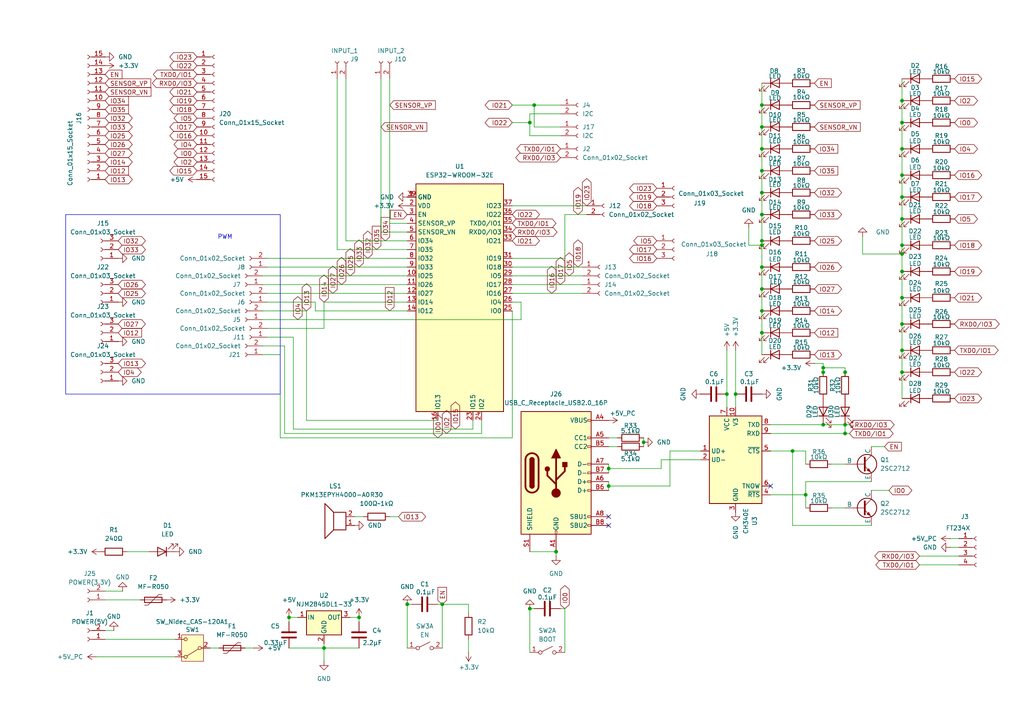
<source format=kicad_sch>
(kicad_sch (version 20231120) (generator "eeschema") (generator_version "8.0")
  (paper "A4")
  (junction (at 261.62 63.5))
  (junction (at 245.11 125.73))
  (junction (at 229.87 130.81))
  (junction (at 186.69 128.27))
  (junction (at 261.62 101.6))
  (junction (at 220.98 96.52))
  (junction (at 161.29 160.02))
  (junction (at 261.62 78.74))
  (junction (at 153.67 35.56))
  (junction (at 93.98 187.96))
  (junction (at 220.98 49.53))
  (junction (at 261.62 107.95))
  (junction (at 220.98 62.23))
  (junction (at 261.62 57.15))
  (junction (at 238.76 106.68))
  (junction (at 213.36 114.3))
  (junction (at 261.62 93.98))
  (junction (at 220.98 30.48))
  (junction (at 83.82 179.07))
  (junction (at 176.53 135.89))
  (junction (at 153.67 176.53))
  (junction (at 261.62 50.8))
  (junction (at 220.98 55.88))
  (junction (at 220.98 71.12))
  (junction (at 261.62 86.36))
  (junction (at 238.76 123.19))
  (junction (at 220.98 77.47))
  (junction (at 238.76 107.95))
  (junction (at 261.62 73.66))
  (junction (at 210.82 114.3))
  (junction (at 220.98 43.18))
  (junction (at 220.98 69.85))
  (junction (at 154.94 30.48))
  (junction (at 245.11 123.19))
  (junction (at 245.11 107.95))
  (junction (at 220.98 90.17))
  (junction (at 233.68 143.51))
  (junction (at 261.62 35.56))
  (junction (at 118.11 175.26))
  (junction (at 261.62 71.12))
  (junction (at 261.62 29.21))
  (junction (at 220.98 36.83))
  (junction (at 176.53 140.97))
  (junction (at 220.98 83.82))
  (junction (at 104.14 179.07))
  (junction (at 128.27 175.26))
  (junction (at 261.62 43.18))
  (no_connect (at 176.53 149.86))
  (no_connect (at 223.52 140.97))
  (no_connect (at 176.53 152.4))
  (wire (pts (xy 186.69 127) (xy 186.69 128.27)))
  (wire (pts (xy 220.98 71.12) (xy 220.98 77.47)))
  (wire (pts (xy 236.22 105.41) (xy 238.76 105.41)))
  (wire (pts (xy 77.47 74.93) (xy 118.11 74.93)))
  (wire (pts (xy 100.33 69.85) (xy 100.33 22.86)))
  (wire (pts (xy 220.98 43.18) (xy 220.98 49.53)))
  (wire (pts (xy 278.13 156.21) (xy 275.59 156.21)))
  (wire (pts (xy 261.62 93.98) (xy 261.62 101.6)))
  (wire (pts (xy 153.67 176.53) (xy 153.67 189.23)))
  (wire (pts (xy 153.67 39.37) (xy 162.56 39.37)))
  (wire (pts (xy 60.96 187.96) (xy 63.5 187.96)))
  (wire (pts (xy 148.59 59.69) (xy 170.18 59.69)))
  (wire (pts (xy 77.47 77.47) (xy 118.11 77.47)))
  (wire (pts (xy 93.98 95.25) (xy 77.47 95.25)))
  (wire (pts (xy 110.49 67.31) (xy 118.11 67.31)))
  (wire (pts (xy 233.68 139.7) (xy 233.68 143.51)))
  (wire (pts (xy 30.48 173.99) (xy 40.64 173.99)))
  (wire (pts (xy 261.62 29.21) (xy 261.62 35.56)))
  (wire (pts (xy 176.53 127) (xy 179.07 127)))
  (wire (pts (xy 186.69 128.27) (xy 186.69 129.54)))
  (wire (pts (xy 104.14 179.07) (xy 104.14 180.34)))
  (wire (pts (xy 229.87 130.81) (xy 233.68 130.81)))
  (wire (pts (xy 261.62 101.6) (xy 261.62 107.95)))
  (wire (pts (xy 127 121.92) (xy 88.9 121.92)))
  (wire (pts (xy 148.59 85.09) (xy 168.91 85.09)))
  (wire (pts (xy 81.28 127) (xy 148.59 127)))
  (wire (pts (xy 77.47 97.79) (xy 85.09 97.79)))
  (wire (pts (xy 154.94 30.48) (xy 154.94 36.83)))
  (wire (pts (xy 83.82 187.96) (xy 93.98 187.96)))
  (wire (pts (xy 110.49 22.86) (xy 110.49 67.31)))
  (wire (pts (xy 91.44 90.17) (xy 118.11 90.17)))
  (wire (pts (xy 245.11 109.22) (xy 245.11 107.95)))
  (wire (pts (xy 148.59 35.56) (xy 153.67 35.56)))
  (wire (pts (xy 176.53 140.97) (xy 176.53 142.24)))
  (wire (pts (xy 241.3 147.32) (xy 245.11 147.32)))
  (wire (pts (xy 217.17 71.12) (xy 220.98 71.12)))
  (wire (pts (xy 220.98 77.47) (xy 220.98 83.82)))
  (wire (pts (xy 261.62 22.86) (xy 261.62 29.21)))
  (wire (pts (xy 238.76 123.19) (xy 245.11 123.19)))
  (wire (pts (xy 128.27 175.26) (xy 135.89 175.26)))
  (wire (pts (xy 229.87 152.4) (xy 229.87 130.81)))
  (wire (pts (xy 176.53 134.62) (xy 176.53 135.89)))
  (wire (pts (xy 266.7 163.83) (xy 278.13 163.83)))
  (wire (pts (xy 191.77 133.35) (xy 203.2 133.35)))
  (wire (pts (xy 176.53 140.97) (xy 194.31 140.97)))
  (wire (pts (xy 128.27 175.26) (xy 128.27 187.96)))
  (wire (pts (xy 82.55 125.73) (xy 139.7 125.73)))
  (wire (pts (xy 261.62 73.66) (xy 261.62 78.74)))
  (wire (pts (xy 223.52 125.73) (xy 245.11 125.73)))
  (wire (pts (xy 163.83 176.53) (xy 163.83 189.23)))
  (wire (pts (xy 163.83 62.23) (xy 170.18 62.23)))
  (wire (pts (xy 118.11 175.26) (xy 118.11 187.96)))
  (wire (pts (xy 261.62 57.15) (xy 261.62 63.5)))
  (wire (pts (xy 91.44 87.63) (xy 77.47 87.63)))
  (wire (pts (xy 220.98 55.88) (xy 220.98 62.23)))
  (wire (pts (xy 76.2 102.87) (xy 81.28 102.87)))
  (wire (pts (xy 266.7 161.29) (xy 278.13 161.29)))
  (wire (pts (xy 176.53 135.89) (xy 176.53 137.16)))
  (wire (pts (xy 148.59 82.55) (xy 168.91 82.55)))
  (wire (pts (xy 85.09 97.79) (xy 85.09 124.46)))
  (wire (pts (xy 261.62 43.18) (xy 261.62 50.8)))
  (wire (pts (xy 81.28 102.87) (xy 81.28 127)))
  (wire (pts (xy 93.98 187.96) (xy 104.14 187.96)))
  (wire (pts (xy 83.82 179.07) (xy 86.36 179.07)))
  (wire (pts (xy 250.19 73.66) (xy 261.62 73.66)))
  (wire (pts (xy 220.98 24.13) (xy 220.98 30.48)))
  (wire (pts (xy 210.82 101.6) (xy 210.82 114.3)))
  (wire (pts (xy 153.67 35.56) (xy 153.67 39.37)))
  (wire (pts (xy 127 175.26) (xy 128.27 175.26)))
  (wire (pts (xy 176.53 129.54) (xy 179.07 129.54)))
  (wire (pts (xy 118.11 64.77) (xy 113.03 64.77)))
  (wire (pts (xy 252.73 139.7) (xy 233.68 139.7)))
  (wire (pts (xy 223.52 123.19) (xy 238.76 123.19)))
  (wire (pts (xy 153.67 33.02) (xy 162.56 33.02)))
  (wire (pts (xy 261.62 35.56) (xy 261.62 43.18)))
  (wire (pts (xy 256.54 129.54) (xy 252.73 129.54)))
  (wire (pts (xy 139.7 125.73) (xy 139.7 121.92)))
  (wire (pts (xy 220.98 96.52) (xy 220.98 102.87)))
  (wire (pts (xy 220.98 30.48) (xy 220.98 36.83)))
  (wire (pts (xy 102.87 149.86) (xy 105.41 149.86)))
  (wire (pts (xy 151.13 87.63) (xy 151.13 92.71)))
  (wire (pts (xy 220.98 36.83) (xy 220.98 43.18)))
  (wire (pts (xy 77.47 85.09) (xy 118.11 85.09)))
  (wire (pts (xy 220.98 90.17) (xy 220.98 96.52)))
  (wire (pts (xy 213.36 101.6) (xy 213.36 114.3)))
  (wire (pts (xy 93.98 187.96) (xy 93.98 191.77)))
  (wire (pts (xy 148.59 77.47) (xy 168.91 77.47)))
  (wire (pts (xy 76.2 82.55) (xy 118.11 82.55)))
  (wire (pts (xy 27.94 190.5) (xy 50.8 190.5)))
  (wire (pts (xy 148.59 80.01) (xy 168.91 80.01)))
  (wire (pts (xy 83.82 180.34) (xy 83.82 179.07)))
  (wire (pts (xy 191.77 133.35) (xy 191.77 135.89)))
  (wire (pts (xy 137.16 121.92) (xy 137.16 124.46)))
  (wire (pts (xy 93.98 87.63) (xy 118.11 87.63)))
  (wire (pts (xy 203.2 130.81) (xy 194.31 130.81)))
  (wire (pts (xy 76.2 92.71) (xy 151.13 92.71)))
  (wire (pts (xy 76.2 90.17) (xy 88.9 90.17)))
  (wire (pts (xy 30.48 171.45) (xy 35.56 171.45)))
  (wire (pts (xy 135.89 175.26) (xy 135.89 177.8)))
  (wire (pts (xy 163.83 74.93) (xy 163.83 62.23)))
  (wire (pts (xy 223.52 143.51) (xy 233.68 143.51)))
  (wire (pts (xy 213.36 114.3) (xy 213.36 118.11)))
  (wire (pts (xy 220.98 69.85) (xy 220.98 71.12)))
  (wire (pts (xy 220.98 62.23) (xy 220.98 69.85)))
  (wire (pts (xy 76.2 100.33) (xy 82.55 100.33)))
  (wire (pts (xy 76.2 80.01) (xy 118.11 80.01)))
  (wire (pts (xy 148.59 74.93) (xy 163.83 74.93)))
  (wire (pts (xy 113.03 64.77) (xy 113.03 22.86)))
  (wire (pts (xy 154.94 36.83) (xy 162.56 36.83)))
  (wire (pts (xy 91.44 90.17) (xy 91.44 87.63)))
  (wire (pts (xy 71.12 187.96) (xy 73.66 187.96)))
  (wire (pts (xy 250.19 68.58) (xy 250.19 73.66)))
  (wire (pts (xy 119.38 175.26) (xy 118.11 175.26)))
  (wire (pts (xy 148.59 87.63) (xy 151.13 87.63)))
  (wire (pts (xy 191.77 135.89) (xy 176.53 135.89)))
  (wire (pts (xy 85.09 124.46) (xy 137.16 124.46)))
  (wire (pts (xy 252.73 152.4) (xy 229.87 152.4)))
  (wire (pts (xy 238.76 106.68) (xy 238.76 105.41)))
  (wire (pts (xy 220.98 83.82) (xy 220.98 90.17)))
  (wire (pts (xy 113.03 149.86) (xy 115.57 149.86)))
  (wire (pts (xy 88.9 90.17) (xy 88.9 121.92)))
  (wire (pts (xy 245.11 106.68) (xy 245.11 107.95)))
  (wire (pts (xy 233.68 143.51) (xy 233.68 147.32)))
  (wire (pts (xy 261.62 71.12) (xy 261.62 73.66)))
  (wire (pts (xy 194.31 140.97) (xy 194.31 130.81)))
  (wire (pts (xy 217.17 66.04) (xy 217.17 71.12)))
  (wire (pts (xy 245.11 123.19) (xy 246.38 123.19)))
  (wire (pts (xy 36.83 160.02) (xy 43.18 160.02)))
  (wire (pts (xy 33.02 182.88) (xy 30.48 182.88)))
  (wire (pts (xy 238.76 106.68) (xy 245.11 106.68)))
  (wire (pts (xy 101.6 179.07) (xy 104.14 179.07)))
  (wire (pts (xy 97.79 72.39) (xy 97.79 22.86)))
  (wire (pts (xy 97.79 72.39) (xy 118.11 72.39)))
  (wire (pts (xy 261.62 78.74) (xy 261.62 86.36)))
  (wire (pts (xy 153.67 35.56) (xy 153.67 33.02)))
  (wire (pts (xy 148.59 90.17) (xy 148.59 127)))
  (wire (pts (xy 93.98 186.69) (xy 93.98 187.96)))
  (wire (pts (xy 176.53 139.7) (xy 176.53 140.97)))
  (wire (pts (xy 210.82 114.3) (xy 210.82 118.11)))
  (wire (pts (xy 261.62 63.5) (xy 261.62 71.12)))
  (wire (pts (xy 223.52 130.81) (xy 229.87 130.81)))
  (wire (pts (xy 246.38 125.73) (xy 245.11 125.73)))
  (wire (pts (xy 245.11 123.19) (xy 245.11 125.73)))
  (wire (pts (xy 163.83 176.53) (xy 162.56 176.53)))
  (wire (pts (xy 100.33 69.85) (xy 118.11 69.85)))
  (wire (pts (xy 233.68 130.81) (xy 233.68 134.62)))
  (wire (pts (xy 220.98 49.53) (xy 220.98 55.88)))
  (wire (pts (xy 238.76 109.22) (xy 238.76 107.95)))
  (wire (pts (xy 261.62 50.8) (xy 261.62 57.15)))
  (wire (pts (xy 153.67 160.02) (xy 161.29 160.02)))
  (wire (pts (xy 238.76 107.95) (xy 238.76 106.68)))
  (wire (pts (xy 82.55 100.33) (xy 82.55 125.73)))
  (wire (pts (xy 241.3 134.62) (xy 245.11 134.62)))
  (wire (pts (xy 93.98 87.63) (xy 93.98 95.25)))
  (wire (pts (xy 278.13 158.75) (xy 275.59 158.75)))
  (wire (pts (xy 261.62 86.36) (xy 261.62 93.98)))
  (wire (pts (xy 135.89 185.42) (xy 135.89 189.23)))
  (wire (pts (xy 154.94 30.48) (xy 162.56 30.48)))
  (wire (pts (xy 257.81 142.24) (xy 252.73 142.24)))
  (wire (pts (xy 30.48 185.42) (xy 50.8 185.42)))
  (wire (pts (xy 148.59 30.48) (xy 154.94 30.48)))
  (wire (pts (xy 161.29 161.29) (xy 161.29 160.02)))
  (wire (pts (xy 154.94 176.53) (xy 153.67 176.53)))
  (wire (pts (xy 261.62 107.95) (xy 261.62 115.57)))
  (rectangle (start 19.05 62.23) (end 81.28 114.3))
  (text "PWM" (at 65.278 68.834 0) (effects (font (size 1.27 1.27))))
  (global_label "IO22" (shape bidirectional) (at 148.59 35.56 180) (property "Intersheetrefs" "${INTERSHEET_REFS}" (effects (hide yes))))
  (global_label "RXD0{slash}IO3" (shape bidirectional) (at 148.59 67.31 0) (property "Intersheetrefs" "${INTERSHEET_REFS}" (effects (hide yes))))
  (global_label "IO32" (shape bidirectional) (at 106.68 74.93 90) (property "Intersheetrefs" "${INTERSHEET_REFS}" (effects (hide yes))))
  (global_label "IO15" (shape bidirectional) (at 276.86 22.86 0) (property "Intersheetrefs" "${INTERSHEET_REFS}" (effects (hide yes))))
  (global_label "IO32" (shape bidirectional) (at 236.22 55.88 0) (property "Intersheetrefs" "${INTERSHEET_REFS}" (effects (hide yes))))
  (global_label "IO22" (shape bidirectional) (at 148.59 62.23 0) (property "Intersheetrefs" "${INTERSHEET_REFS}" (effects (hide yes))))
  (global_label "IO14" (shape bidirectional) (at 236.22 90.17 0) (property "Intersheetrefs" "${INTERSHEET_REFS}" (effects (hide yes))))
  (global_label "IO18" (shape bidirectional) (at 167.64 77.47 90) (property "Intersheetrefs" "${INTERSHEET_REFS}" (effects (hide yes))))
  (global_label "IO22" (shape bidirectional) (at 57.15 19.05 180) (property "Intersheetrefs" "${INTERSHEET_REFS}" (effects (hide yes))))
  (global_label "RXD0{slash}IO3" (shape bidirectional) (at 266.7 161.29 180) (property "Intersheetrefs" "${INTERSHEET_REFS}" (effects (hide yes))))
  (global_label "SENSOR_VN" (shape input) (at 30.48 26.67 0) (property "Intersheetrefs" "${INTERSHEET_REFS}" (effects (hide yes))))
  (global_label "IO21" (shape bidirectional) (at 148.59 69.85 0) (property "Intersheetrefs" "${INTERSHEET_REFS}" (effects (hide yes))))
  (global_label "IO33" (shape bidirectional) (at 34.29 72.39 0) (property "Intersheetrefs" "${INTERSHEET_REFS}" (effects (hide yes))))
  (global_label "SENSOR_VP" (shape input) (at 113.03 30.48 0) (property "Intersheetrefs" "${INTERSHEET_REFS}" (effects (hide yes))))
  (global_label "IO21" (shape bidirectional) (at 148.59 30.48 180) (property "Intersheetrefs" "${INTERSHEET_REFS}" (effects (hide yes))))
  (global_label "IO4" (shape bidirectional) (at 86.36 92.71 90) (property "Intersheetrefs" "${INTERSHEET_REFS}" (effects (hide yes))))
  (global_label "IO22" (shape bidirectional) (at 276.86 107.95 0) (property "Intersheetrefs" "${INTERSHEET_REFS}" (effects (hide yes))))
  (global_label "IO23" (shape bidirectional) (at 57.15 16.51 180) (property "Intersheetrefs" "${INTERSHEET_REFS}" (effects (hide yes))))
  (global_label "IO4" (shape bidirectional) (at 57.15 41.91 180) (property "Intersheetrefs" "${INTERSHEET_REFS}" (effects (hide yes))))
  (global_label "IO13" (shape bidirectional) (at 115.57 149.86 0) (property "Intersheetrefs" "${INTERSHEET_REFS}" (effects (hide yes))))
  (global_label "IO33" (shape bidirectional) (at 30.48 36.83 0) (property "Intersheetrefs" "${INTERSHEET_REFS}" (effects (hide yes))))
  (global_label "EN" (shape input) (at 118.11 62.23 180) (property "Intersheetrefs" "${INTERSHEET_REFS}" (effects (hide yes))))
  (global_label "IO19" (shape bidirectional) (at 276.86 78.74 0) (property "Intersheetrefs" "${INTERSHEET_REFS}" (effects (hide yes))))
  (global_label "IO13" (shape bidirectional) (at 34.29 105.41 0) (property "Intersheetrefs" "${INTERSHEET_REFS}" (effects (hide yes))))
  (global_label "IO27" (shape bidirectional) (at 30.48 44.45 0) (property "Intersheetrefs" "${INTERSHEET_REFS}" (effects (hide yes))))
  (global_label "IO16" (shape bidirectional) (at 57.15 39.37 180) (property "Intersheetrefs" "${INTERSHEET_REFS}" (effects (hide yes))))
  (global_label "IO12" (shape input) (at 113.03 90.17 90) (property "Intersheetrefs" "${INTERSHEET_REFS}" (effects (hide yes))))
  (global_label "IO19" (shape bidirectional) (at 57.15 29.21 180) (property "Intersheetrefs" "${INTERSHEET_REFS}" (effects (hide yes))))
  (global_label "SENSOR_VN" (shape input) (at 110.49 36.83 0) (property "Intersheetrefs" "${INTERSHEET_REFS}" (effects (hide yes))))
  (global_label "IO0" (shape bidirectional) (at 276.86 35.56 0) (property "Intersheetrefs" "${INTERSHEET_REFS}" (effects (hide yes))))
  (global_label "IO18" (shape bidirectional) (at 276.86 71.12 0) (property "Intersheetrefs" "${INTERSHEET_REFS}" (effects (hide yes))))
  (global_label "IO23" (shape bidirectional) (at 276.86 115.57 0) (property "Intersheetrefs" "${INTERSHEET_REFS}" (effects (hide yes))))
  (global_label "SENSOR_VP" (shape input) (at 30.48 24.13 0) (property "Intersheetrefs" "${INTERSHEET_REFS}" (effects (hide yes))))
  (global_label "EN" (shape input) (at 30.48 21.59 0) (property "Intersheetrefs" "${INTERSHEET_REFS}" (effects (hide yes))))
  (global_label "IO5" (shape bidirectional) (at 165.1 80.01 90) (property "Intersheetrefs" "${INTERSHEET_REFS}" (effects (hide yes))))
  (global_label "IO27" (shape bidirectional) (at 96.52 85.09 90) (property "Intersheetrefs" "${INTERSHEET_REFS}" (effects (hide yes))))
  (global_label "IO12" (shape input) (at 236.22 96.52 0) (property "Intersheetrefs" "${INTERSHEET_REFS}" (effects (hide yes))))
  (global_label "IO18" (shape bidirectional) (at 57.15 31.75 180) (property "Intersheetrefs" "${INTERSHEET_REFS}" (effects (hide yes))))
  (global_label "IO21" (shape bidirectional) (at 57.15 26.67 180) (property "Intersheetrefs" "${INTERSHEET_REFS}" (effects (hide yes))))
  (global_label "IO21" (shape bidirectional) (at 276.86 86.36 0) (property "Intersheetrefs" "${INTERSHEET_REFS}" (effects (hide yes))))
  (global_label "IO19" (shape bidirectional) (at 190.5 57.15 180) (property "Intersheetrefs" "${INTERSHEET_REFS}" (effects (hide yes))))
  (global_label "IO15" (shape bidirectional) (at 57.15 49.53 180) (property "Intersheetrefs" "${INTERSHEET_REFS}" (effects (hide yes))))
  (global_label "IO32" (shape bidirectional) (at 34.29 69.85 0) (property "Intersheetrefs" "${INTERSHEET_REFS}" (effects (hide yes))))
  (global_label "IO34" (shape input) (at 236.22 43.18 0) (property "Intersheetrefs" "${INTERSHEET_REFS}" (effects (hide yes))))
  (global_label "IO16" (shape bidirectional) (at 160.02 85.09 90) (property "Intersheetrefs" "${INTERSHEET_REFS}" (effects (hide yes))))
  (global_label "IO4" (shape bidirectional) (at 34.29 107.95 0) (property "Intersheetrefs" "${INTERSHEET_REFS}" (effects (hide yes))))
  (global_label "IO34" (shape input) (at 111.76 69.85 90) (property "Intersheetrefs" "${INTERSHEET_REFS}" (effects (hide yes))))
  (global_label "IO23" (shape bidirectional) (at 190.5 54.61 180) (property "Intersheetrefs" "${INTERSHEET_REFS}" (effects (hide yes))))
  (global_label "IO25" (shape bidirectional) (at 236.22 69.85 0) (property "Intersheetrefs" "${INTERSHEET_REFS}" (effects (hide yes))))
  (global_label "IO25" (shape bidirectional) (at 101.6 80.01 90) (property "Intersheetrefs" "${INTERSHEET_REFS}" (effects (hide yes))))
  (global_label "IO33" (shape bidirectional) (at 236.22 62.23 0) (property "Intersheetrefs" "${INTERSHEET_REFS}" (effects (hide yes))))
  (global_label "IO23" (shape bidirectional) (at 170.18 59.69 90) (property "Intersheetrefs" "${INTERSHEET_REFS}" (effects (hide yes))))
  (global_label "IO13" (shape bidirectional) (at 236.22 102.87 0) (property "Intersheetrefs" "${INTERSHEET_REFS}" (effects (hide yes))))
  (global_label "IO34" (shape input) (at 30.48 29.21 0) (property "Intersheetrefs" "${INTERSHEET_REFS}" (effects (hide yes))))
  (global_label "IO26" (shape bidirectional) (at 236.22 77.47 0) (property "Intersheetrefs" "${INTERSHEET_REFS}" (effects (hide yes))))
  (global_label "IO26" (shape bidirectional) (at 34.29 82.55 0) (property "Intersheetrefs" "${INTERSHEET_REFS}" (effects (hide yes))))
  (global_label "EN" (shape input) (at 128.27 175.26 90) (property "Intersheetrefs" "${INTERSHEET_REFS}" (effects (hide yes))))
  (global_label "TXD0{slash}IO1" (shape bidirectional) (at 57.15 21.59 180) (property "Intersheetrefs" "${INTERSHEET_REFS}" (effects (hide yes))))
  (global_label "IO19" (shape bidirectional) (at 167.64 62.23 90) (property "Intersheetrefs" "${INTERSHEET_REFS}" (effects (hide yes))))
  (global_label "IO35" (shape input) (at 30.48 31.75 0) (property "Intersheetrefs" "${INTERSHEET_REFS}" (effects (hide yes))))
  (global_label "IO2" (shape bidirectional) (at 57.15 46.99 180) (property "Intersheetrefs" "${INTERSHEET_REFS}" (effects (hide yes))))
  (global_label "IO4" (shape bidirectional) (at 276.86 43.18 0) (property "Intersheetrefs" "${INTERSHEET_REFS}" (effects (hide yes))))
  (global_label "TXD0{slash}IO1" (shape bidirectional) (at 148.59 64.77 0) (property "Intersheetrefs" "${INTERSHEET_REFS}" (effects (hide yes))))
  (global_label "SENSOR_VN" (shape input) (at 236.22 36.83 0) (property "Intersheetrefs" "${INTERSHEET_REFS}" (effects (hide yes))))
  (global_label "IO5" (shape bidirectional) (at 276.86 63.5 0) (property "Intersheetrefs" "${INTERSHEET_REFS}" (effects (hide yes))))
  (global_label "IO5" (shape bidirectional) (at 190.5 69.85 180) (property "Intersheetrefs" "${INTERSHEET_REFS}" (effects (hide yes))))
  (global_label "RXD0{slash}IO3" (shape bidirectional) (at 246.38 123.19 0) (property "Intersheetrefs" "${INTERSHEET_REFS}" (effects (hide yes))))
  (global_label "IO0" (shape bidirectional) (at 163.83 176.53 90) (property "Intersheetrefs" "${INTERSHEET_REFS}" (effects (hide yes))))
  (global_label "IO0" (shape bidirectional) (at 57.15 44.45 180) (property "Intersheetrefs" "${INTERSHEET_REFS}" (effects (hide yes))))
  (global_label "IO2" (shape bidirectional) (at 276.86 29.21 0) (property "Intersheetrefs" "${INTERSHEET_REFS}" (effects (hide yes))))
  (global_label "IO26" (shape bidirectional) (at 30.48 41.91 0) (property "Intersheetrefs" "${INTERSHEET_REFS}" (effects (hide yes))))
  (global_label "IO13" (shape bidirectional) (at 88.9 90.17 90) (property "Intersheetrefs" "${INTERSHEET_REFS}" (effects (hide yes))))
  (global_label "IO25" (shape bidirectional) (at 34.29 85.09 0) (property "Intersheetrefs" "${INTERSHEET_REFS}" (effects (hide yes))))
  (global_label "IO0" (shape bidirectional) (at 127 127 90) (property "Intersheetrefs" "${INTERSHEET_REFS}" (effects (hide yes))))
  (global_label "IO13" (shape bidirectional) (at 30.48 52.07 0) (property "Intersheetrefs" "${INTERSHEET_REFS}" (effects (hide yes))))
  (global_label "IO27" (shape bidirectional) (at 236.22 83.82 0) (property "Intersheetrefs" "${INTERSHEET_REFS}" (effects (hide yes))))
  (global_label "RXD0{slash}IO3" (shape bidirectional) (at 162.56 45.72 180) (property "Intersheetrefs" "${INTERSHEET_REFS}" (effects (hide yes))))
  (global_label "TXD0{slash}IO1" (shape bidirectional) (at 276.86 101.6 0) (property "Intersheetrefs" "${INTERSHEET_REFS}" (effects (hide yes))))
  (global_label "IO5" (shape bidirectional) (at 57.15 34.29 180) (property "Intersheetrefs" "${INTERSHEET_REFS}" (effects (hide yes))))
  (global_label "IO35" (shape input) (at 236.22 49.53 0) (property "Intersheetrefs" "${INTERSHEET_REFS}" (effects (hide yes))))
  (global_label "IO12" (shape input) (at 34.29 96.52 0) (property "Intersheetrefs" "${INTERSHEET_REFS}" (effects (hide yes))))
  (global_label "IO17" (shape bidirectional) (at 57.15 36.83 180) (property "Intersheetrefs" "${INTERSHEET_REFS}" (effects (hide yes))))
  (global_label "IO18" (shape bidirectional) (at 190.5 59.69 180) (property "Intersheetrefs" "${INTERSHEET_REFS}" (effects (hide yes))))
  (global_label "SENSOR_VP" (shape input) (at 236.22 30.48 0) (property "Intersheetrefs" "${INTERSHEET_REFS}" (effects (hide yes))))
  (global_label "IO26" (shape bidirectional) (at 99.06 82.55 90) (property "Intersheetrefs" "${INTERSHEET_REFS}" (effects (hide yes))))
  (global_label "EN" (shape input) (at 256.54 129.54 0) (property "Intersheetrefs" "${INTERSHEET_REFS}" (effects (hide yes))))
  (global_label "IO17" (shape bidirectional) (at 276.86 57.15 0) (property "Intersheetrefs" "${INTERSHEET_REFS}" (effects (hide yes))))
  (global_label "IO17" (shape bidirectional) (at 162.56 82.55 90) (property "Intersheetrefs" "${INTERSHEET_REFS}" (effects (hide yes))))
  (global_label "IO15" (shape bidirectional) (at 132.08 124.46 90) (property "Intersheetrefs" "${INTERSHEET_REFS}" (effects (hide yes))))
  (global_label "EN" (shape input) (at 236.22 24.13 0) (property "Intersheetrefs" "${INTERSHEET_REFS}" (effects (hide yes))))
  (global_label "IO0" (shape bidirectional) (at 257.81 142.24 0) (property "Intersheetrefs" "${INTERSHEET_REFS}" (effects (hide yes))))
  (global_label "IO12" (shape input) (at 30.48 49.53 0) (property "Intersheetrefs" "${INTERSHEET_REFS}" (effects (hide yes))))
  (global_label "TXD0{slash}IO1" (shape bidirectional) (at 266.7 163.83 180) (property "Intersheetrefs" "${INTERSHEET_REFS}" (effects (hide yes))))
  (global_label "IO25" (shape bidirectional) (at 30.48 39.37 0) (property "Intersheetrefs" "${INTERSHEET_REFS}" (effects (hide yes))))
  (global_label "IO2" (shape bidirectional) (at 129.54 125.73 90) (property "Intersheetrefs" "${INTERSHEET_REFS}" (effects (hide yes))))
  (global_label "IO14" (shape bidirectional) (at 30.48 46.99 0) (property "Intersheetrefs" "${INTERSHEET_REFS}" (effects (hide yes))))
  (global_label "RXD0{slash}IO3" (shape bidirectional) (at 57.15 24.13 180) (property "Intersheetrefs" "${INTERSHEET_REFS}" (effects (hide yes))))
  (global_label "RXD0{slash}IO3" (shape bidirectional) (at 276.86 93.98 0) (property "Intersheetrefs" "${INTERSHEET_REFS}" (effects (hide yes))))
  (global_label "IO16" (shape bidirectional) (at 190.5 74.93 180) (property "Intersheetrefs" "${INTERSHEET_REFS}" (effects (hide yes))))
  (global_label "IO14" (shape bidirectional) (at 93.98 87.63 90) (property "Intersheetrefs" "${INTERSHEET_REFS}" (effects (hide yes))))
  (global_label "IO27" (shape bidirectional) (at 34.29 93.98 0) (property "Intersheetrefs" "${INTERSHEET_REFS}" (effects (hide yes))))
  (global_label "IO16" (shape bidirectional) (at 276.86 50.8 0) (property "Intersheetrefs" "${INTERSHEET_REFS}" (effects (hide yes))))
  (global_label "TXD0{slash}IO1" (shape bidirectional) (at 162.56 43.18 180) (property "Intersheetrefs" "${INTERSHEET_REFS}" (effects (hide yes))))
  (global_label "IO17" (shape bidirectional) (at 190.5 72.39 180) (property "Intersheetrefs" "${INTERSHEET_REFS}" (effects (hide yes))))
  (global_label "IO33" (shape bidirectional) (at 104.14 77.47 90) (property "Intersheetrefs" "${INTERSHEET_REFS}" (effects (hide yes))))
  (global_label "TXD0{slash}IO1" (shape bidirectional) (at 246.38 125.73 0) (property "Intersheetrefs" "${INTERSHEET_REFS}" (effects (hide yes))))
  (global_label "IO35" (shape input) (at 109.22 72.39 90) (property "Intersheetrefs" "${INTERSHEET_REFS}" (effects (hide yes))))
  (global_label "IO32" (shape bidirectional) (at 30.48 34.29 0) (property "Intersheetrefs" "${INTERSHEET_REFS}" (effects (hide yes))))
  (symbol (lib_id "Device:R") (at 245.11 111.76 180) (unit 1)
    (property "Reference" "R32" (at 241.554 111.76 90))
    (property "Value" "10kΩ" (at 243.078 111.76 90))
    (property "Footprint" "Resistor_SMD:R_0603_1608Metric_Pad0.98x0.95mm_HandSolder" (effects (hide yes)))
    (property "Description" "Resistor" (effects (hide yes)))
  )
  (symbol (lib_id "power:GND") (at 34.29 99.06 90) (unit 1)
    (property "Reference" "#PWR025" (effects (hide yes)))
    (property "Value" "GND" (at 38.1 99.0599 90) (effects (justify right)))
    (property "Description" "Power symbol creates a global label with name \"GND\" , ground" (effects (hide yes)))
  )
  (symbol (lib_id "Connector:Conn_01x04_Socket") (at 283.21 158.75 0) (unit 1)
    (property "Reference" "J3" (at 278.638 149.86 0) (effects (justify left)))
    (property "Value" "FT234X" (at 274.32 153.162 0) (effects (justify left)))
    (property "Footprint" "Connector_PinHeader_2.54mm:PinHeader_1x04_P2.54mm_Vertical" (effects (hide yes)))
    (property "Description" "Generic connector, single row, 01x04, script generated" (effects (hide yes)))
  )
  (symbol (lib_id "power:GND") (at 213.36 148.59 0) (unit 1)
    (property "Reference" "#PWR029" (effects (hide yes)))
    (property "Value" "GND" (at 213.3601 152.4 90) (effects (justify right)))
    (property "Description" "Power symbol creates a global label with name \"GND\" , ground" (effects (hide yes)))
  )
  (symbol (lib_id "Switch:SW_DPST_x2") (at 123.19 187.96 0) (unit 1)
    (property "Reference" "SW3" (at 123.19 181.61 0))
    (property "Value" "EN" (at 123.19 184.15 0))
    (property "Footprint" "00a:DTS-63-N-V" (effects (hide yes)))
    (property "Description" "Single Pole Single Throw (SPST) switch, separate symbol" (effects (hide yes)))
  )
  (symbol (lib_id "Connector:Conn_01x02_Socket") (at 72.39 97.79 180) (unit 1)
    (property "Reference" "J11" (at 71.12 97.7901 0) (effects (justify left)))
    (property "Value" "Conn_01x02_Socket" (at 71.12 95.2501 0) (effects (justify left)))
    (property "Footprint" "Connector_JST:JST_XH_B2B-XH-A_1x02_P2.50mm_Vertical" (effects (hide yes)))
    (property "Description" "Generic connector, single row, 01x02, script generated" (effects (hide yes)))
  )
  (symbol (lib_id "power:GND") (at 50.8 160.02 90) (unit 1)
    (property "Reference" "#PWR014" (effects (hide yes)))
    (property "Value" "GND" (at 54.61 160.0199 90) (effects (justify right)))
    (property "Description" "Power symbol creates a global label with name \"GND\" , ground" (effects (hide yes)))
  )
  (symbol (lib_id "Device:LED") (at 265.43 115.57 0) (unit 1)
    (property "Reference" "D28" (at 265.43 111.252 0))
    (property "Value" "LED" (at 265.43 113.284 0))
    (property "Footprint" "LED_SMD:LED_0603_1608Metric_Pad1.05x0.95mm_HandSolder" (effects (hide yes)))
    (property "Description" "Light emitting diode" (effects (hide yes)))
  )
  (symbol (lib_id "Device:R") (at 273.05 57.15 90) (unit 1)
    (property "Reference" "R21" (at 273.05 53.34 90))
    (property "Value" "10kΩ" (at 273.05 55.118 90))
    (property "Footprint" "Resistor_SMD:R_0603_1608Metric_Pad0.98x0.95mm_HandSolder" (effects (hide yes)))
    (property "Description" "Resistor" (effects (hide yes)))
  )
  (symbol (lib_id "Device:LED") (at 265.43 50.8 0) (unit 1)
    (property "Reference" "D6" (at 265.43 46.482 0))
    (property "Value" "LED" (at 265.43 48.514 0))
    (property "Footprint" "LED_SMD:LED_0603_1608Metric_Pad1.05x0.95mm_HandSolder" (effects (hide yes)))
    (property "Description" "Light emitting diode" (effects (hide yes)))
  )
  (symbol (lib_id "Device:R") (at 273.05 78.74 90) (unit 1)
    (property "Reference" "R24" (at 273.05 74.93 90))
    (property "Value" "10kΩ" (at 273.05 76.708 90))
    (property "Footprint" "Resistor_SMD:R_0603_1608Metric_Pad0.98x0.95mm_HandSolder" (effects (hide yes)))
    (property "Description" "Resistor" (effects (hide yes)))
  )
  (symbol (lib_id "Connector:Conn_01x02_Socket") (at 97.79 17.78 90) (unit 1)
    (property "Reference" "J9" (at 101.6 17.1449 90) (effects (justify right)))
    (property "Value" "INPUT_1" (at 96.012 14.732 90) (effects (justify right)))
    (property "Footprint" "Connector_JST:JST_XH_B2B-XH-A_1x02_P2.50mm_Vertical" (effects (hide yes)))
    (property "Description" "Generic connector, single row, 01x02, script generated" (effects (hide yes)))
  )
  (symbol (lib_id "Device:R") (at 273.05 22.86 90) (unit 1)
    (property "Reference" "R16" (at 273.05 19.304 90))
    (property "Value" "10kΩ" (at 273.05 20.828 90))
    (property "Footprint" "Resistor_SMD:R_0603_1608Metric_Pad0.98x0.95mm_HandSolder" (effects (hide yes)))
    (property "Description" "Resistor" (effects (hide yes)))
  )
  (symbol (lib_id "power:GND") (at 118.11 175.26 180) (unit 1)
    (property "Reference" "#PWR016" (effects (hide yes)))
    (property "Value" "GND" (at 118.11 170.18 0))
    (property "Description" "Power symbol creates a global label with name \"GND\" , ground" (effects (hide yes)))
  )
  (symbol (lib_id "power:+3.3V") (at 135.89 189.23 180) (unit 1)
    (property "Reference" "#PWR03" (effects (hide yes)))
    (property "Value" "+3.3V" (at 138.938 193.548 0) (effects (justify left)))
    (property "Description" "Power symbol creates a global label with name \"+3.3V\"" (effects (hide yes)))
  )
  (symbol (lib_id "Device:LED") (at 245.11 119.38 90) (unit 1)
    (property "Reference" "D30" (at 241.046 119.38 0))
    (property "Value" "LED" (at 242.824 119.38 0))
    (property "Footprint" "LED_SMD:LED_0603_1608Metric_Pad1.05x0.95mm_HandSolder" (effects (hide yes)))
    (property "Description" "Light emitting diode" (effects (hide yes)))
  )
  (symbol (lib_id "Connector:Conn_01x15_Socket") (at 62.23 34.29 0) (unit 1)
    (property "Reference" "J20" (at 63.5 33.0199 0) (effects (justify left)))
    (property "Value" "Conn_01x15_Socket" (at 63.5 35.5599 0) (effects (justify left)))
    (property "Footprint" "Connector_PinHeader_2.54mm:PinHeader_1x15_P2.54mm_Vertical" (effects (hide yes)))
    (property "Description" "Generic connector, single row, 01x15, script generated" (effects (hide yes)))
  )
  (symbol (lib_id "Device:R") (at 182.88 127 90) (unit 1)
    (property "Reference" "R33" (at 182.88 123.444 90))
    (property "Value" "5.1kΩ" (at 182.88 124.968 90))
    (property "Footprint" "Resistor_SMD:R_0603_1608Metric_Pad0.98x0.95mm_HandSolder" (effects (hide yes)))
    (property "Description" "Resistor" (effects (hide yes)))
  )
  (symbol (lib_id "power:GND") (at 30.48 16.51 90) (unit 1)
    (property "Reference" "#PWR02" (effects (hide yes)))
    (property "Value" "GND" (at 34.29 16.5099 90) (effects (justify right)))
    (property "Description" "Power symbol creates a global label with name \"GND\" , ground" (effects (hide yes)))
  )
  (symbol (lib_id "power:GND") (at 102.87 152.4 90) (unit 1)
    (property "Reference" "#PWR022" (effects (hide yes)))
    (property "Value" "GND" (at 106.68 152.3999 90) (effects (justify right)))
    (property "Description" "Power symbol creates a global label with name \"GND\" , ground" (effects (hide yes)))
  )
  (symbol (lib_id "Connector:Conn_01x02_Socket") (at 72.39 87.63 180) (unit 1)
    (property "Reference" "J6" (at 71.12 87.6301 0) (effects (justify left)))
    (property "Value" "Conn_01x02_Socket" (at 71.12 85.0901 0) (effects (justify left)))
    (property "Footprint" "Connector_JST:JST_XH_B2B-XH-A_1x02_P2.50mm_Vertical" (effects (hide yes)))
    (property "Description" "Generic connector, single row, 01x02, script generated" (effects (hide yes)))
  )
  (symbol (lib_id "power:+5V") (at 73.66 187.96 270) (unit 1)
    (property "Reference" "#PWR05" (effects (hide yes)))
    (property "Value" "+5V" (at 77.47 187.9599 90) (effects (justify left)))
    (property "Description" "Power symbol creates a global label with name \"+5V\"" (effects (hide yes)))
  )
  (symbol (lib_id "Device:LED") (at 224.79 24.13 0) (unit 1)
    (property "Reference" "D8" (at 224.536 20.574 0))
    (property "Value" "LED" (at 224.79 22.098 0))
    (property "Footprint" "LED_SMD:LED_0603_1608Metric_Pad1.05x0.95mm_HandSolder" (effects (hide yes)))
    (property "Description" "Light emitting diode" (effects (hide yes)))
  )
  (symbol (lib_id "Device:LED") (at 224.79 102.87 0) (unit 1)
    (property "Reference" "D20" (at 224.79 98.806 0))
    (property "Value" "LED" (at 224.79 100.584 0))
    (property "Footprint" "LED_SMD:LED_0603_1608Metric_Pad1.05x0.95mm_HandSolder" (effects (hide yes)))
    (property "Description" "Light emitting diode" (effects (hide yes)))
  )
  (symbol (lib_id "Simulation_SPICE:NPN") (at 250.19 147.32 0) (unit 1)
    (property "Reference" "Q2" (at 255.27 146.0499 0) (effects (justify left)))
    (property "Value" "2SC2712" (at 255.27 148.5899 0) (effects (justify left)))
    (property "Footprint" "Package_TO_SOT_SMD:SOT-23" (effects (hide yes)))
    (property "Datasheet" "https://ngspice.sourceforge.io/docs/ngspice-html-manual/manual.xhtml#cha_BJTs" (effects (hide yes)))
    (property "Description" "Bipolar transistor symbol for simulation only, substrate tied to the emitter" (effects (hide yes)))
    (property "Sim.Device" "NPN" (effects (hide yes)))
    (property "Sim.Type" "GUMMELPOON" (effects (hide yes)))
    (property "Sim.Pins" "1=C 2=B 3=E" (effects (hide yes)))
  )
  (symbol (lib_id "Connector:Conn_01x02_Socket") (at 72.39 77.47 180) (unit 1)
    (property "Reference" "J8" (at 71.12 77.4701 0) (effects (justify left)))
    (property "Value" "Conn_01x02_Socket" (at 71.12 74.9301 0) (effects (justify left)))
    (property "Footprint" "Connector_JST:JST_XH_B2B-XH-A_1x02_P2.50mm_Vertical" (effects (hide yes)))
    (property "Description" "Generic connector, single row, 01x02, script generated" (effects (hide yes)))
  )
  (symbol (lib_id "Connector:Conn_01x03_Socket") (at 29.21 107.95 180) (unit 1)
    (property "Reference" "J24" (at 29.845 100.33 0))
    (property "Value" "Conn_01x03_Socket" (at 29.845 102.87 0))
    (property "Footprint" "Connector_JST:JST_XH_B3B-XH-A_1x03_P2.50mm_Vertical" (effects (hide yes)))
    (property "Description" "Generic connector, single row, 01x03, script generated" (effects (hide yes)))
  )
  (symbol (lib_id "Device:R") (at 232.41 55.88 90) (unit 1)
    (property "Reference" "R8" (at 232.41 52.324 90))
    (property "Value" "10kΩ" (at 232.41 53.848 90))
    (property "Footprint" "Resistor_SMD:R_0603_1608Metric_Pad0.98x0.95mm_HandSolder" (effects (hide yes)))
    (property "Description" "Resistor" (effects (hide yes)))
  )
  (symbol (lib_id "Device:C") (at 104.14 184.15 180) (unit 1)
    (property "Reference" "C4" (at 107.95 182.8799 0) (effects (justify right)))
    (property "Value" "2.2μF" (at 105.156 186.436 0) (effects (justify right)))
    (property "Footprint" "Capacitor_SMD:C_0603_1608Metric_Pad1.08x0.95mm_HandSolder" (effects (hide yes)))
    (property "Description" "Unpolarized capacitor" (effects (hide yes)))
  )
  (symbol (lib_id "power:GND") (at 33.02 182.88 180) (unit 1)
    (property "Reference" "#PWR01" (effects (hide yes)))
    (property "Value" "GND" (at 30.988 178.816 0) (effects (justify right)))
    (property "Description" "Power symbol creates a global label with name \"GND\" , ground" (effects (hide yes)))
  )
  (symbol (lib_id "Device:R") (at 232.41 90.17 90) (unit 1)
    (property "Reference" "R13" (at 232.41 86.614 90))
    (property "Value" "10kΩ" (at 232.41 88.138 90))
    (property "Footprint" "Resistor_SMD:R_0603_1608Metric_Pad0.98x0.95mm_HandSolder" (effects (hide yes)))
    (property "Description" "Resistor" (effects (hide yes)))
  )
  (symbol (lib_id "power:GND") (at 34.29 87.63 90) (unit 1)
    (property "Reference" "#PWR024" (effects (hide yes)))
    (property "Value" "GND" (at 38.1 87.6299 90) (effects (justify right)))
    (property "Description" "Power symbol creates a global label with name \"GND\" , ground" (effects (hide yes)))
  )
  (symbol (lib_id "Connector:Conn_01x02_Socket") (at 167.64 30.48 0) (unit 1)
    (property "Reference" "J4" (at 168.91 30.4799 0) (effects (justify left)))
    (property "Value" "I2C" (at 168.91 33.0199 0) (effects (justify left)))
    (property "Footprint" "Connector_JST:JST_XH_B2B-XH-A_1x02_P2.50mm_Vertical" (effects (hide yes)))
    (property "Description" "Generic connector, single row, 01x02, script generated" (effects (hide yes)))
  )
  (symbol (lib_id "Device:LED") (at 265.43 93.98 0) (unit 1)
    (property "Reference" "D25" (at 265.43 89.916 0))
    (property "Value" "LED" (at 265.43 91.694 0))
    (property "Footprint" "LED_SMD:LED_0603_1608Metric_Pad1.05x0.95mm_HandSolder" (effects (hide yes)))
    (property "Description" "Light emitting diode" (effects (hide yes)))
  )
  (symbol (lib_id "Device:LED") (at 224.79 77.47 0) (unit 1)
    (property "Reference" "D16" (at 224.79 73.152 0))
    (property "Value" "LED" (at 224.79 75.184 0))
    (property "Footprint" "LED_SMD:LED_0603_1608Metric_Pad1.05x0.95mm_HandSolder" (effects (hide yes)))
    (property "Description" "Light emitting diode" (effects (hide yes)))
  )
  (symbol (lib_id "Device:R") (at 232.41 24.13 90) (unit 1)
    (property "Reference" "R3" (at 232.41 20.574 90))
    (property "Value" "10kΩ" (at 232.41 22.098 90))
    (property "Footprint" "Resistor_SMD:R_0603_1608Metric_Pad0.98x0.95mm_HandSolder" (effects (hide yes)))
    (property "Description" "Resistor" (effects (hide yes)))
  )
  (symbol (lib_id "Device:R") (at 273.05 107.95 90) (unit 1)
    (property "Reference" "R28" (at 273.05 104.14 90))
    (property "Value" "10kΩ" (at 273.05 105.918 90))
    (property "Footprint" "Resistor_SMD:R_0603_1608Metric_Pad0.98x0.95mm_HandSolder" (effects (hide yes)))
    (property "Description" "Resistor" (effects (hide yes)))
  )
  (symbol (lib_id "Device:R") (at 273.05 35.56 90) (unit 1)
    (property "Reference" "R18" (at 273.05 31.75 90))
    (property "Value" "10kΩ" (at 273.05 33.528 90))
    (property "Footprint" "Resistor_SMD:R_0603_1608Metric_Pad0.98x0.95mm_HandSolder" (effects (hide yes)))
    (property "Description" "Resistor" (effects (hide yes)))
  )
  (symbol (lib_id "Device:LED") (at 224.79 69.85 0) (unit 1)
    (property "Reference" "D15" (at 224.79 65.532 0))
    (property "Value" "LED" (at 224.79 67.31 0))
    (property "Footprint" "LED_SMD:LED_0603_1608Metric_Pad1.05x0.95mm_HandSolder" (effects (hide yes)))
    (property "Description" "Light emitting diode" (effects (hide yes)))
  )
  (symbol (lib_id "power:GND") (at 217.17 66.04 180) (unit 1)
    (property "Reference" "#PWR07" (effects (hide yes)))
    (property "Value" "GND" (at 217.17 60.96 0))
    (property "Description" "Power symbol creates a global label with name \"GND\" , ground" (effects (hide yes)))
  )
  (symbol (lib_id "Device:LED") (at 265.43 57.15 0) (unit 1)
    (property "Reference" "D7" (at 265.43 53.34 0))
    (property "Value" "LED" (at 265.43 55.118 0))
    (property "Footprint" "LED_SMD:LED_0603_1608Metric_Pad1.05x0.95mm_HandSolder" (effects (hide yes)))
    (property "Description" "Light emitting diode" (effects (hide yes)))
  )
  (symbol (lib_id "power:GND") (at 35.56 171.45 180) (unit 1)
    (property "Reference" "#PWR021" (effects (hide yes)))
    (property "Value" "GND" (at 33.528 167.386 0) (effects (justify right)))
    (property "Description" "Power symbol creates a global label with name \"GND\" , ground" (effects (hide yes)))
  )
  (symbol (lib_id "power:+3.3V") (at 48.26 173.99 270) (unit 1)
    (property "Reference" "#PWR020" (effects (hide yes)))
    (property "Value" "+3.3V" (at 52.07 173.9899 90) (effects (justify left)))
    (property "Description" "Power symbol creates a global label with name \"+3.3V\"" (effects (hide yes)))
  )
  (symbol (lib_id "Connector:Conn_01x02_Socket") (at 110.49 17.78 90) (unit 1)
    (property "Reference" "J10" (at 114.3 17.1449 90) (effects (justify right)))
    (property "Value" "INPUT_2" (at 109.474 14.732 90) (effects (justify right)))
    (property "Footprint" "Connector_JST:JST_XH_B2B-XH-A_1x02_P2.50mm_Vertical" (effects (hide yes)))
    (property "Description" "Generic connector, single row, 01x02, script generated" (effects (hide yes)))
  )
  (symbol (lib_id "Device:LED") (at 265.43 63.5 0) (unit 1)
    (property "Reference" "D21" (at 265.43 59.436 0))
    (property "Value" "LED" (at 265.43 61.214 0))
    (property "Footprint" "LED_SMD:LED_0603_1608Metric_Pad1.05x0.95mm_HandSolder" (effects (hide yes)))
    (property "Description" "Light emitting diode" (effects (hide yes)))
  )
  (symbol (lib_id "Connector:USB_C_Receptacle_USB2.0_16P") (at 161.29 137.16 0) (unit 1)
    (property "Reference" "J26" (at 161.29 114.3 0))
    (property "Value" "USB_C_Receptacle_USB2.0_16P" (at 161.29 116.84 0))
    (property "Footprint" "Connector_USB:USB_C_Receptacle_GCT_USB4105-xx-A_16P_TopMnt_Horizontal" (effects (hide yes)))
    (property "Datasheet" "https://www.usb.org/sites/default/files/documents/usb_type-c.zip" (effects (hide yes)))
    (property "Description" "USB 2.0-only 16P Type-C Receptacle connector" (effects (hide yes)))
  )
  (symbol (lib_id "Connector:Conn_01x02_Socket") (at 25.4 173.99 180) (unit 1)
    (property "Reference" "J25" (at 26.035 166.37 0))
    (property "Value" "POWER(3.3V)" (at 26.035 168.91 0))
    (property "Footprint" "Connector_JST:JST_XH_B2B-XH-A_1x02_P2.50mm_Vertical" (effects (hide yes)))
    (property "Description" "Generic connector, single row, 01x02, script generated" (effects (hide yes)))
  )
  (symbol (lib_id "Device:R") (at 273.05 71.12 90) (unit 1)
    (property "Reference" "R23" (at 273.05 67.564 90))
    (property "Value" "10kΩ" (at 273.05 69.088 90))
    (property "Footprint" "Resistor_SMD:R_0603_1608Metric_Pad0.98x0.95mm_HandSolder" (effects (hide yes)))
    (property "Description" "Resistor" (effects (hide yes)))
  )
  (symbol (lib_id "Device:R") (at 273.05 86.36 90) (unit 1)
    (property "Reference" "R25" (at 273.05 82.296 90))
    (property "Value" "10kΩ" (at 273.05 84.328 90))
    (property "Footprint" "Resistor_SMD:R_0603_1608Metric_Pad0.98x0.95mm_HandSolder" (effects (hide yes)))
    (property "Description" "Resistor" (effects (hide yes)))
  )
  (symbol (lib_id "Device:R") (at 232.41 77.47 90) (unit 1)
    (property "Reference" "R11" (at 232.41 73.66 90))
    (property "Value" "10kΩ" (at 232.41 75.438 90))
    (property "Footprint" "Resistor_SMD:R_0603_1608Metric_Pad0.98x0.95mm_HandSolder" (effects (hide yes)))
    (property "Description" "Resistor" (effects (hide yes)))
  )
  (symbol (lib_id "power:+3.3V") (at 104.14 179.07 0) (unit 1)
    (property "Reference" "#PWR012" (effects (hide yes)))
    (property "Value" "+3.3V" (at 104.14 173.99 0))
    (property "Description" "Power symbol creates a global label with name \"+3.3V\"" (effects (hide yes)))
  )
  (symbol (lib_id "Device:R") (at 273.05 93.98 90) (unit 1)
    (property "Reference" "R26" (at 273.05 90.424 90))
    (property "Value" "10kΩ" (at 273.05 91.948 90))
    (property "Footprint" "Resistor_SMD:R_0603_1608Metric_Pad0.98x0.95mm_HandSolder" (effects (hide yes)))
    (property "Description" "Resistor" (effects (hide yes)))
  )
  (symbol (lib_id "Device:C") (at 158.75 176.53 270) (unit 1)
    (property "Reference" "C2" (at 158.75 171.196 90))
    (property "Value" "0.1μF" (at 158.75 173.228 90))
    (property "Footprint" "Capacitor_SMD:C_0603_1608Metric_Pad1.08x0.95mm_HandSolder" (effects (hide yes)))
    (property "Description" "Unpolarized capacitor" (effects (hide yes)))
  )
  (symbol (lib_id "Device:R") (at 273.05 101.6 90) (unit 1)
    (property "Reference" "R27" (at 273.05 97.79 90))
    (property "Value" "10kΩ" (at 273.05 99.568 90))
    (property "Footprint" "Resistor_SMD:R_0603_1608Metric_Pad0.98x0.95mm_HandSolder" (effects (hide yes)))
    (property "Description" "Resistor" (effects (hide yes)))
  )
  (symbol (lib_id "Device:R") (at 273.05 63.5 90) (unit 1)
    (property "Reference" "R22" (at 273.05 59.69 90))
    (property "Value" "10kΩ" (at 273.05 61.468 90))
    (property "Footprint" "Resistor_SMD:R_0603_1608Metric_Pad0.98x0.95mm_HandSolder" (effects (hide yes)))
    (property "Description" "Resistor" (effects (hide yes)))
  )
  (symbol (lib_id "Device:LED") (at 224.79 83.82 0) (unit 1)
    (property "Reference" "D17" (at 224.79 80.264 0))
    (property "Value" "LED" (at 225.044 81.788 0))
    (property "Footprint" "LED_SMD:LED_0603_1608Metric_Pad1.05x0.95mm_HandSolder" (effects (hide yes)))
    (property "Description" "Light emitting diode" (effects (hide yes)))
  )
  (symbol (lib_id "power:+5VA") (at 176.53 121.92 270) (unit 1)
    (property "Reference" "#PWR034" (effects (hide yes)))
    (property "Value" "+5V_PC" (at 176.784 119.888 90) (effects (justify left)))
    (property "Description" "Power symbol creates a global label with name \"+5VA\"" (effects (hide yes)))
  )
  (symbol (lib_id "power:+3.3V") (at 30.48 19.05 270) (unit 1)
    (property "Reference" "#PWR04" (effects (hide yes)))
    (property "Value" "+3.3V" (at 34.29 19.0499 90) (effects (justify left)))
    (property "Description" "Power symbol creates a global label with name \"+3.3V\"" (effects (hide yes)))
  )
  (symbol (lib_id "Device:R") (at 109.22 149.86 90) (unit 1)
    (property "Reference" "R30" (at 109.22 143.51 90))
    (property "Value" "100Ω~1kΩ" (at 109.22 146.05 90))
    (property "Footprint" "Resistor_SMD:R_0603_1608Metric_Pad0.98x0.95mm_HandSolder" (effects (hide yes)))
    (property "Description" "Resistor" (effects (hide yes)))
  )
  (symbol (lib_id "power:+5V") (at 210.82 101.6 0) (unit 1)
    (property "Reference" "#PWR028" (effects (hide yes)))
    (property "Value" "+5V" (at 210.8201 97.79 90) (effects (justify left)))
    (property "Description" "Power symbol creates a global label with name \"+5V\"" (effects (hide yes)))
  )
  (symbol (lib_id "Device:R") (at 232.41 49.53 90) (unit 1)
    (property "Reference" "R7" (at 232.41 45.974 90))
    (property "Value" "10kΩ" (at 232.41 47.498 90))
    (property "Footprint" "Resistor_SMD:R_0603_1608Metric_Pad0.98x0.95mm_HandSolder" (effects (hide yes)))
    (property "Description" "Resistor" (effects (hide yes)))
  )
  (symbol (lib_id "Switch:SW_DPST_x2") (at 158.75 189.23 0) (unit 1)
    (property "Reference" "SW2" (at 158.75 182.88 0))
    (property "Value" "BOOT" (at 158.75 185.42 0))
    (property "Footprint" "00a:DTS-63-N-V" (effects (hide yes)))
    (property "Description" "Single Pole Single Throw (SPST) switch, separate symbol" (effects (hide yes)))
  )
  (symbol (lib_id "power:+5VA") (at 27.94 190.5 90) (unit 1)
    (property "Reference" "#PWR027" (effects (hide yes)))
    (property "Value" "+5V_PC" (at 24.13 190.4999 90) (effects (justify left)))
    (property "Description" "Power symbol creates a global label with name \"+5VA\"" (effects (hide yes)))
  )
  (symbol (lib_id "Connector:Conn_01x03_Socket") (at 29.21 72.39 180) (unit 1)
    (property "Reference" "J15" (at 29.845 64.77 0))
    (property "Value" "Conn_01x03_Socket" (at 29.845 67.31 0))
    (property "Footprint" "Connector_JST:JST_XH_B3B-XH-A_1x03_P2.50mm_Vertical" (effects (hide yes)))
    (property "Description" "Generic connector, single row, 01x03, script generated" (effects (hide yes)))
  )
  (symbol (lib_id "Device:R") (at 232.41 36.83 90) (unit 1)
    (property "Reference" "R5" (at 232.41 33.274 90))
    (property "Value" "10kΩ" (at 232.41 34.798 90))
    (property "Footprint" "Resistor_SMD:R_0603_1608Metric_Pad0.98x0.95mm_HandSolder" (effects (hide yes)))
    (property "Description" "Resistor" (effects (hide yes)))
  )
  (symbol (lib_id "Connector:Conn_01x03_Socket") (at 29.21 85.09 180) (unit 1)
    (property "Reference" "J22" (at 29.845 77.47 0))
    (property "Value" "Conn_01x03_Socket" (at 29.845 80.01 0))
    (property "Footprint" "Connector_JST:JST_XH_B3B-XH-A_1x03_P2.50mm_Vertical" (effects (hide yes)))
    (property "Description" "Generic connector, single row, 01x03, script generated" (effects (hide yes)))
  )
  (symbol (lib_id "Device:R") (at 232.41 43.18 90) (unit 1)
    (property "Reference" "R6" (at 232.41 39.624 90))
    (property "Value" "10kΩ" (at 232.41 41.148 90))
    (property "Footprint" "Resistor_SMD:R_0603_1608Metric_Pad0.98x0.95mm_HandSolder" (effects (hide yes)))
    (property "Description" "Resistor" (effects (hide yes)))
  )
  (symbol (lib_id "power:+3.3V") (at 118.11 59.69 90) (unit 1)
    (property "Reference" "#PWR010" (effects (hide yes)))
    (property "Value" "+3.3V" (at 114.3 59.6899 90) (effects (justify left)))
    (property "Description" "Power symbol creates a global label with name \"+3.3V\"" (effects (hide yes)))
  )
  (symbol (lib_id "Device:LED") (at 46.99 160.02 180) (unit 1)
    (property "Reference" "D1" (at 48.5775 152.4 0))
    (property "Value" "LED" (at 48.5775 154.94 0))
    (property "Footprint" "LED_SMD:LED_0603_1608Metric" (effects (hide yes)))
    (property "Description" "Light emitting diode" (effects (hide yes)))
  )
  (symbol (lib_id "Device:R") (at 33.02 160.02 90) (unit 1)
    (property "Reference" "R1" (at 33.02 153.67 90))
    (property "Value" "240Ω" (at 33.02 156.21 90))
    (property "Footprint" "Resistor_SMD:R_0603_1608Metric_Pad0.98x0.95mm_HandSolder" (effects (hide yes)))
    (property "Description" "Resistor" (effects (hide yes)))
  )
  (symbol (lib_id "Device:LED") (at 238.76 119.38 90) (unit 1)
    (property "Reference" "D29" (at 234.696 119.38 0))
    (property "Value" "LED" (at 236.474 119.38 0))
    (property "Footprint" "LED_SMD:LED_0603_1608Metric_Pad1.05x0.95mm_HandSolder" (effects (hide yes)))
    (property "Description" "Light emitting diode" (effects (hide yes)))
  )
  (symbol (lib_id "Device:R") (at 182.88 129.54 90) (unit 1)
    (property "Reference" "R34" (at 182.88 131.572 90))
    (property "Value" "5.1kΩ" (at 182.88 133.096 90))
    (property "Footprint" "Resistor_SMD:R_0603_1608Metric_Pad0.98x0.95mm_HandSolder" (effects (hide yes)))
    (property "Description" "Resistor" (effects (hide yes)))
  )
  (symbol (lib_id "Device:C") (at 207.01 114.3 270) (unit 1)
    (property "Reference" "C6" (at 207.01 108.458 90))
    (property "Value" "0.1μF" (at 207.264 110.744 90))
    (property "Footprint" "Capacitor_SMD:C_0603_1608Metric_Pad1.08x0.95mm_HandSolder" (effects (hide yes)))
    (property "Description" "Unpolarized capacitor" (effects (hide yes)))
  )
  (symbol (lib_id "Device:R") (at 273.05 115.57 90) (unit 1)
    (property "Reference" "R29" (at 273.05 111.76 90))
    (property "Value" "10kΩ" (at 273.05 113.538 90))
    (property "Footprint" "Resistor_SMD:R_0603_1608Metric_Pad0.98x0.95mm_HandSolder" (effects (hide yes)))
    (property "Description" "Resistor" (effects (hide yes)))
  )
  (symbol (lib_id "power:+3.3V") (at 29.21 160.02 90) (unit 1)
    (property "Reference" "#PWR015" (effects (hide yes)))
    (property "Value" "+3.3V" (at 25.4 160.0199 90) (effects (justify left)))
    (property "Description" "Power symbol creates a global label with name \"+3.3V\"" (effects (hide yes)))
  )
  (symbol (lib_id "Device:LED") (at 224.79 49.53 0) (unit 1)
    (property "Reference" "D12" (at 224.79 45.974 0))
    (property "Value" "LED" (at 224.79 47.498 0))
    (property "Footprint" "LED_SMD:LED_0603_1608Metric_Pad1.05x0.95mm_HandSolder" (effects (hide yes)))
    (property "Description" "Light emitting diode" (effects (hide yes)))
  )
  (symbol (lib_id "Device:LED") (at 224.79 90.17 0) (unit 1)
    (property "Reference" "D18" (at 224.79 86.36 0))
    (property "Value" "LED" (at 224.79 88.138 0))
    (property "Footprint" "LED_SMD:LED_0603_1608Metric_Pad1.05x0.95mm_HandSolder" (effects (hide yes)))
    (property "Description" "Light emitting diode" (effects (hide yes)))
  )
  (symbol (lib_id "Device:LED") (at 224.79 55.88 0) (unit 1)
    (property "Reference" "D13" (at 224.79 52.07 0))
    (property "Value" "LED" (at 224.79 53.594 0))
    (property "Footprint" "LED_SMD:LED_0603_1608Metric_Pad1.05x0.95mm_HandSolder" (effects (hide yes)))
    (property "Description" "Light emitting diode" (effects (hide yes)))
  )
  (symbol (lib_id "power:GND") (at 186.69 128.27 90) (unit 1)
    (property "Reference" "#PWR035" (effects (hide yes)))
    (property "Value" "GND" (at 190.5 128.2699 90) (effects (justify right)))
    (property "Description" "Power symbol creates a global label with name \"GND\" , ground" (effects (hide yes)))
  )
  (symbol (lib_id "Simulation_SPICE:NPN") (at 250.19 134.62 0) (unit 1)
    (property "Reference" "Q1" (at 255.27 133.3499 0) (effects (justify left)))
    (property "Value" "2SC2712" (at 255.27 135.8899 0) (effects (justify left)))
    (property "Footprint" "Package_TO_SOT_SMD:SOT-23" (effects (hide yes)))
    (property "Datasheet" "https://ngspice.sourceforge.io/docs/ngspice-html-manual/manual.xhtml#cha_BJTs" (effects (hide yes)))
    (property "Description" "Bipolar transistor symbol for simulation only, substrate tied to the emitter" (effects (hide yes)))
    (property "Sim.Device" "NPN" (effects (hide yes)))
    (property "Sim.Type" "GUMMELPOON" (effects (hide yes)))
    (property "Sim.Pins" "1=C 2=B 3=E" (effects (hide yes)))
  )
  (symbol (lib_id "Interface_USB:CH340E") (at 213.36 133.35 0) (unit 1)
    (property "Reference" "U3" (at 218.8562 151.13 90))
    (property "Value" "CH340E" (at 216.3162 151.13 90))
    (property "Footprint" "Package_SO:MSOP-10_3x3mm_P0.5mm" (effects (hide yes)))
    (property "Datasheet" "https://www.mpja.com/download/35227cpdata.pdf" (effects (hide yes)))
    (property "Description" "USB serial converter, UART, MSOP-10" (effects (hide yes)))
  )
  (symbol (lib_id "power:GND") (at 161.29 161.29 0) (unit 1)
    (property "Reference" "#PWR036" (effects (hide yes)))
    (property "Value" "GND" (at 161.29 166.37 0))
    (property "Description" "Power symbol creates a global label with name \"GND\" , ground" (effects (hide yes)))
  )
  (symbol (lib_id "Connector:Conn_01x02_Socket") (at 71.12 82.55 180) (unit 1)
    (property "Reference" "J7" (at 69.85 82.5501 0) (effects (justify left)))
    (property "Value" "Conn_01x02_Socket" (at 69.85 80.0101 0) (effects (justify left)))
    (property "Footprint" "Connector_JST:JST_XH_B2B-XH-A_1x02_P2.50mm_Vertical" (effects (hide yes)))
    (property "Description" "Generic connector, single row, 01x02, script generated" (effects (hide yes)))
  )
  (symbol (lib_id "Device:LED") (at 265.43 78.74 0) (unit 1)
    (property "Reference" "D23" (at 265.43 74.422 0))
    (property "Value" "LED" (at 265.43 76.454 0))
    (property "Footprint" "LED_SMD:LED_0603_1608Metric_Pad1.05x0.95mm_HandSolder" (effects (hide yes)))
    (property "Description" "Light emitting diode" (effects (hide yes)))
  )
  (symbol (lib_id "Device:R") (at 237.49 134.62 90) (unit 1)
    (property "Reference" "R36" (at 237.49 131.064 90))
    (property "Value" "10kΩ" (at 237.49 132.588 90))
    (property "Footprint" "Resistor_SMD:R_0603_1608Metric_Pad0.98x0.95mm_HandSolder" (effects (hide yes)))
    (property "Description" "Resistor" (effects (hide yes)))
  )
  (symbol (lib_id "Device:R") (at 232.41 30.48 90) (unit 1)
    (property "Reference" "R4" (at 232.41 26.67 90))
    (property "Value" "10kΩ" (at 232.41 28.194 90))
    (property "Footprint" "Resistor_SMD:R_0603_1608Metric_Pad0.98x0.95mm_HandSolder" (effects (hide yes)))
    (property "Description" "Resistor" (effects (hide yes)))
  )
  (symbol (lib_id "Device:R") (at 273.05 29.21 90) (unit 1)
    (property "Reference" "R17" (at 273.05 25.654 90))
    (property "Value" "10kΩ" (at 273.05 27.178 90))
    (property "Footprint" "Resistor_SMD:R_0603_1608Metric_Pad0.98x0.95mm_HandSolder" (effects (hide yes)))
    (property "Description" "Resistor" (effects (hide yes)))
  )
  (symbol (lib_id "Device:Polyfuse") (at 44.45 173.99 90) (unit 1)
    (property "Reference" "F2" (at 44.45 167.64 90))
    (property "Value" "MF-R050" (at 44.45 170.18 90))
    (property "Footprint" "00a:MF-R050" (effects (hide yes)))
    (property "Description" "Resettable fuse, polymeric positive temperature coefficient" (effects (hide yes)))
  )
  (symbol (lib_id "power:+5V") (at 83.82 179.07 0) (unit 1)
    (property "Reference" "#PWR011" (effects (hide yes)))
    (property "Value" "+5V" (at 83.82 173.99 0))
    (property "Description" "Power symbol creates a global label with name \"+5V\"" (effects (hide yes)))
  )
  (symbol (lib_id "power:+5V") (at 57.15 52.07 90) (unit 1)
    (property "Reference" "#PWR06" (effects (hide yes)))
    (property "Value" "+5V" (at 53.34 52.0699 90) (effects (justify left)))
    (property "Description" "Power symbol creates a global label with name \"+5V\"" (effects (hide yes)))
  )
  (symbol (lib_id "Connector:Conn_01x02_Socket") (at 71.12 92.71 180) (unit 1)
    (property "Reference" "J5" (at 69.85 92.7101 0) (effects (justify left)))
    (property "Value" "Conn_01x02_Socket" (at 69.85 90.1701 0) (effects (justify left)))
    (property "Footprint" "Connector_JST:JST_XH_B2B-XH-A_1x02_P2.50mm_Vertical" (effects (hide yes)))
    (property "Description" "Generic connector, single row, 01x02, script generated" (effects (hide yes)))
  )
  (symbol (lib_id "power:GND") (at 220.98 114.3 90) (unit 1)
    (property "Reference" "#PWR031" (effects (hide yes)))
    (property "Value" "GND" (at 226.06 114.3 0))
    (property "Description" "Power symbol creates a global label with name \"GND\" , ground" (effects (hide yes)))
  )
  (symbol (lib_id "Device:C") (at 83.82 184.15 180) (unit 1)
    (property "Reference" "C5" (at 78.486 181.61 0) (effects (justify right)))
    (property "Value" "0.33μF" (at 76.454 186.436 0) (effects (justify right)))
    (property "Footprint" "Capacitor_SMD:C_0603_1608Metric_Pad1.08x0.95mm_HandSolder" (effects (hide yes)))
    (property "Description" "Unpolarized capacitor" (effects (hide yes)))
  )
  (symbol (lib_id "Device:C") (at 217.17 114.3 270) (unit 1)
    (property "Reference" "C3" (at 217.17 108.458 90))
    (property "Value" "0.1μF" (at 217.424 110.744 90))
    (property "Footprint" "Capacitor_SMD:C_0603_1608Metric_Pad1.08x0.95mm_HandSolder" (effects (hide yes)))
    (property "Description" "Unpolarized capacitor" (effects (hide yes)))
  )
  (symbol (lib_id "Device:R") (at 232.41 62.23 90) (unit 1)
    (property "Reference" "R9" (at 232.41 58.674 90))
    (property "Value" "10kΩ" (at 232.41 60.198 90))
    (property "Footprint" "Resistor_SMD:R_0603_1608Metric_Pad0.98x0.95mm_HandSolder" (effects (hide yes)))
    (property "Description" "Resistor" (effects (hide yes)))
  )
  (symbol (lib_id "Device:LED") (at 265.43 101.6 0) (unit 1)
    (property "Reference" "D26" (at 265.43 97.536 0))
    (property "Value" "LED" (at 265.43 99.314 0))
    (property "Footprint" "LED_SMD:LED_0603_1608Metric_Pad1.05x0.95mm_HandSolder" (effects (hide yes)))
    (property "Description" "Light emitting diode" (effects (hide yes)))
  )
  (symbol (lib_id "Device:R") (at 238.76 111.76 180) (unit 1)
    (property "Reference" "R31" (at 235.204 111.76 90))
    (property "Value" "10kΩ" (at 236.728 111.76 90))
    (property "Footprint" "Resistor_SMD:R_0603_1608Metric_Pad0.98x0.95mm_HandSolder" (effects (hide yes)))
    (property "Description" "Resistor" (effects (hide yes)))
  )
  (symbol (lib_id "Connector:Conn_01x02_Socket") (at 25.4 185.42 180) (unit 1)
    (property "Reference" "J1" (at 26.035 177.8 0))
    (property "Value" "POWER(5V)" (at 26.035 180.34 0))
    (property "Footprint" "Connector_JST:JST_XH_B2B-XH-A_1x02_P2.50mm_Vertical" (effects (hide yes)))
    (property "Description" "Generic connector, single row, 01x02, script generated" (effects (hide yes)))
  )
  (symbol (lib_id "Connector:Conn_01x03_Socket") (at 195.58 57.15 0) (unit 1)
    (property "Reference" "J19" (at 202.946 58.928 0))
    (property "Value" "Conn_01x03_Socket" (at 206.248 56.134 0))
    (property "Footprint" "Connector_JST:JST_XH_B3B-XH-A_1x03_P2.50mm_Vertical" (effects (hide yes)))
    (property "Description" "Generic connector, single row, 01x03, script generated" (effects (hide yes)))
  )
  (symbol (lib_id "Connector:Conn_01x02_Socket") (at 167.64 36.83 0) (unit 1)
    (property "Reference" "J17" (at 168.91 36.8299 0) (effects (justify left)))
    (property "Value" "I2C" (at 168.91 39.3699 0) (effects (justify left)))
    (property "Footprint" "Connector_JST:JST_XH_B2B-XH-A_1x02_P2.50mm_Vertical" (effects (hide yes)))
    (property "Description" "Generic connector, single row, 01x02, script generated" (effects (hide yes)))
  )
  (symbol (lib_id "Connector:Conn_01x02_Socket") (at 175.26 59.69 0) (unit 1)
    (property "Reference" "J12" (at 176.53 59.6899 0) (effects (justify left)))
    (property "Value" "Conn_01x02_Socket" (at 176.53 62.2299 0) (effects (justify left)))
    (property "Footprint" "Connector_JST:JST_XH_B2B-XH-A_1x02_P2.50mm_Vertical" (effects (hide yes)))
    (property "Description" "Generic connector, single row, 01x02, script generated" (effects (hide yes)))
  )
  (symbol (lib_id "Device:R") (at 232.41 96.52 90) (unit 1)
    (property "Reference" "R14" (at 232.41 92.964 90))
    (property "Value" "10kΩ" (at 232.41 94.488 90))
    (property "Footprint" "Resistor_SMD:R_0603_1608Metric_Pad0.98x0.95mm_HandSolder" (effects (hide yes)))
    (property "Description" "Resistor" (effects (hide yes)))
  )
  (symbol (lib_id "Device:R") (at 273.05 50.8 90) (unit 1)
    (property "Reference" "R20" (at 273.05 46.99 90))
    (property "Value" "10kΩ" (at 273.05 48.768 90))
    (property "Footprint" "Resistor_SMD:R_0603_1608Metric_Pad0.98x0.95mm_HandSolder" (effects (hide yes)))
    (property "Description" "Resistor" (effects (hide yes)))
  )
  (symbol (lib_id "Device:R") (at 273.05 43.18 90) (unit 1)
    (property "Reference" "R19" (at 273.05 39.37 90))
    (property "Value" "10kΩ" (at 273.05 41.148 90))
    (property "Footprint" "Resistor_SMD:R_0603_1608Metric_Pad0.98x0.95mm_HandSolder" (effects (hide yes)))
    (property "Description" "Resistor" (effects (hide yes)))
  )
  (symbol (lib_id "Device:R") (at 232.41 69.85 90) (unit 1)
    (property "Reference" "R10" (at 232.41 66.04 90))
    (property "Value" "10kΩ" (at 232.41 67.818 90))
    (property "Footprint" "Resistor_SMD:R_0603_1608Metric_Pad0.98x0.95mm_HandSolder" (effects (hide yes)))
    (property "Description" "Resistor" (effects (hide yes)))
  )
  (symbol (lib_id "Regulator_Switching:R-78B1.2-2.0") (at 93.98 179.07 0) (unit 1)
    (property "Reference" "U2" (at 93.98 172.72 0))
    (property "Value" "NJM2845DL1-33" (at 93.98 175.26 0))
    (property "Footprint" "00a:TO-252-3_TabPin2" (effects (hide yes)))
    (property "Datasheet" "https://www.recom-power.com/pdf/Innoline/R-78Bxx-2.0.pdf" (effects (hide yes)))
    (property "Description" "2A Step-Down DC/DC-Regulator, 4.75-32V input, 1.2V fixed Output Voltage, LM78xx replacement, -40°C to +85°C, SIP3" (effects (hide yes)))
  )
  (symbol (lib_id "power:+5VA") (at 275.59 156.21 90) (unit 1)
    (property "Reference" "#PWR018" (effects (hide yes)))
    (property "Value" "+5V_PC" (at 271.78 156.2099 90) (effects (justify left)))
    (property "Description" "Power symbol creates a global label with name \"+5VA\"" (effects (hide yes)))
  )
  (symbol (lib_id "Device:LED") (at 224.79 96.52 0) (unit 1)
    (property "Reference" "D19" (at 224.79 92.964 0))
    (property "Value" "LED" (at 224.79 94.488 0))
    (property "Footprint" "LED_SMD:LED_0603_1608Metric_Pad1.05x0.95mm_HandSolder" (effects (hide yes)))
    (property "Description" "Light emitting diode" (effects (hide yes)))
  )
  (symbol (lib_id "Device:R") (at 135.89 181.61 180) (unit 1)
    (property "Reference" "R2" (at 138.43 180.3399 0) (effects (justify right)))
    (property "Value" "10kΩ" (at 138.43 182.8799 0) (effects (justify right)))
    (property "Footprint" "Resistor_SMD:R_0603_1608Metric_Pad0.98x0.95mm_HandSolder" (effects (hide yes)))
    (property "Description" "Resistor" (effects (hide yes)))
  )
  (symbol (lib_id "power:GND") (at 34.29 110.49 90) (unit 1)
    (property "Reference" "#PWR026" (effects (hide yes)))
    (property "Value" "GND" (at 38.1 110.4899 90) (effects (justify right)))
    (property "Description" "Power symbol creates a global label with name \"GND\" , ground" (effects (hide yes)))
  )
  (symbol (lib_id "Connector:Conn_01x02_Socket") (at 167.64 43.18 0) (unit 1)
    (property "Reference" "J2" (at 168.91 43.1799 0) (effects (justify left)))
    (property "Value" "Conn_01x02_Socket" (at 168.91 45.7199 0) (effects (justify left)))
    (property "Footprint" "Connector_JST:JST_XH_B2B-XH-A_1x02_P2.50mm_Vertical" (effects (hide yes)))
    (property "Description" "Generic connector, single row, 01x02, script generated" (effects (hide yes)))
  )
  (symbol (lib_id "Switch:SW_Nidec_CAS-120A1") (at 55.88 187.96 180) (unit 1)
    (property "Reference" "SW1" (at 57.912 182.626 0) (effects (justify left)))
    (property "Value" "SW_Nidec_CAS-120A1" (at 66.294 180.34 0) (effects (justify left)))
    (property "Footprint" "TerminalBlock:TerminalBlock_Xinya_XY308-2.54-3P_1x03_P2.54mm_Horizontal" (effects (hide yes)))
    (property "Datasheet" "https://www.nidec-components.com/e/catalog/switch/cas.pdf" (effects (hide yes)))
    (property "Description" "Switch, single pole double throw" (effects (hide yes)))
  )
  (symbol (lib_id "power:GND") (at 93.98 191.77 0) (unit 1)
    (property "Reference" "#PWR013" (effects (hide yes)))
    (property "Value" "GND" (at 93.98 196.85 0))
    (property "Description" "Power symbol creates a global label with name \"GND\" , ground" (effects (hide yes)))
  )
  (symbol (lib_id "Device:LED") (at 265.43 86.36 0) (unit 1)
    (property "Reference" "D24" (at 265.43 82.042 0))
    (property "Value" "LED" (at 265.43 83.82 0))
    (property "Footprint" "LED_SMD:LED_0603_1608Metric_Pad1.05x0.95mm_HandSolder" (effects (hide yes)))
    (property "Description" "Light emitting diode" (effects (hide yes)))
  )
  (symbol (lib_id "power:GND") (at 153.67 176.53 180) (unit 1)
    (property "Reference" "#PWR017" (effects (hide yes)))
    (property "Value" "GND" (at 153.67 171.45 0))
    (property "Description" "Power symbol creates a global label with name \"GND\" , ground" (effects (hide yes)))
  )
  (symbol (lib_id "Connector:Conn_01x02_Socket") (at 173.99 77.47 0) (unit 1)
    (property "Reference" "J13" (at 175.26 77.4699 0) (effects (justify left)))
    (property "Value" "Conn_01x02_Socket" (at 175.26 80.0099 0) (effects (justify left)))
    (property "Footprint" "Connector_JST:JST_XH_B2B-XH-A_1x02_P2.50mm_Vertical" (effects (hide yes)))
    (property "Description" "Generic connector, single row, 01x02, script generated" (effects (hide yes)))
  )
  (symbol (lib_id "Connector:Conn_01x03_Socket") (at 29.21 96.52 180) (unit 1)
    (property "Reference" "J23" (at 29.845 88.9 0))
    (property "Value" "Conn_01x03_Socket" (at 29.845 91.44 0))
    (property "Footprint" "Connector_JST:JST_XH_B3B-XH-A_1x03_P2.50mm_Vertical" (effects (hide yes)))
    (property "Description" "Generic connector, single row, 01x03, script generated" (effects (hide yes)))
  )
  (symbol (lib_id "Device:LED") (at 265.43 29.21 0) (unit 1)
    (property "Reference" "D3" (at 265.43 25.4 0))
    (property "Value" "LED" (at 265.43 27.178 0))
    (property "Footprint" "LED_SMD:LED_0603_1608Metric_Pad1.05x0.95mm_HandSolder" (effects (hide yes)))
    (property "Description" "Light emitting diode" (effects (hide yes)))
  )
  (symbol (lib_id "power:GND") (at 203.2 114.3 270) (unit 1)
    (property "Reference" "#PWR032" (effects (hide yes)))
    (property "Value" "GND" (at 198.12 114.3 0))
    (property "Description" "Power symbol creates a global label with name \"GND\" , ground" (effects (hide yes)))
  )
  (symbol (lib_id "Device:LED") (at 265.43 22.86 0) (unit 1)
    (property "Reference" "D2" (at 265.43 19.05 0))
    (property "Value" "LED" (at 265.43 20.828 0))
    (property "Footprint" "LED_SMD:LED_0603_1608Metric_Pad1.05x0.95mm_HandSolder" (effects (hide yes)))
    (property "Description" "Light emitting diode" (effects (hide yes)))
  )
  (symbol (lib_id "Device:C") (at 123.19 175.26 270) (unit 1)
    (property "Reference" "C1" (at 123.19 169.418 90))
    (property "Value" "0.1μF" (at 123.444 171.704 90))
    (property "Footprint" "Capacitor_SMD:C_0603_1608Metric_Pad1.08x0.95mm_HandSolder" (effects (hide yes)))
    (property "Description" "Unpolarized capacitor" (effects (hide yes)))
  )
  (symbol (lib_id "Device:R") (at 232.41 83.82 90) (unit 1)
    (property "Reference" "R12" (at 232.41 80.264 90))
    (property "Value" "10kΩ" (at 232.41 81.788 90))
    (property "Footprint" "Resistor_SMD:R_0603_1608Metric_Pad0.98x0.95mm_HandSolder" (effects (hide yes)))
    (property "Description" "Resistor" (effects (hide yes)))
  )
  (symbol (lib_id "Connector:Conn_01x02_Socket") (at 173.99 82.55 0) (unit 1)
    (property "Reference" "J14" (at 175.26 82.5499 0) (effects (justify left)))
    (property "Value" "Conn_01x02_Socket" (at 175.26 85.0899 0) (effects (justify left)))
    (property "Footprint" "Connector_JST:JST_XH_B2B-XH-A_1x02_P2.50mm_Vertical" (effects (hide yes)))
    (property "Description" "Generic connector, single row, 01x02, script generated" (effects (hide yes)))
  )
  (symbol (lib_id "Device:R") (at 232.41 102.87 90) (unit 1)
    (property "Reference" "R15" (at 232.41 99.314 90))
    (property "Value" "10kΩ" (at 232.41 100.838 90))
    (property "Footprint" "Resistor_SMD:R_0603_1608Metric_Pad0.98x0.95mm_HandSolder" (effects (hide yes)))
    (property "Description" "Resistor" (effects (hide yes)))
  )
  (symbol (lib_id "Connector:Conn_01x15_Socket") (at 25.4 34.29 180) (unit 1)
    (property "Reference" "J16" (at 22.86 34.29 90))
    (property "Value" "Conn_01x15_Socket" (at 20.32 44.45 90))
    (property "Footprint" "Connector_PinHeader_2.54mm:PinHeader_1x15_P2.54mm_Vertical" (effects (hide yes)))
    (property "Description" "Generic connector, single row, 01x15, script generated" (effects (hide yes)))
  )
  (symbol (lib_id "power:+3.3V") (at 236.22 105.41 90) (unit 1)
    (property "Reference" "#PWR033" (effects (hide yes)))
    (property "Value" "+3.3V" (at 232.41 106.6799 90) (effects (justify left)))
    (property "Description" "Power symbol creates a global label with name \"+3.3V\"" (effects (hide yes)))
  )
  (symbol (lib_id "power:GND") (at 275.59 158.75 270) (unit 1)
    (property "Reference" "#PWR019" (effects (hide yes)))
    (property "Value" "GND" (at 271.78 158.7499 90) (effects (justify right)))
    (property "Description" "Power symbol creates a global label with name \"GND\" , ground" (effects (hide yes)))
  )
  (symbol (lib_id "Device:LED") (at 265.43 71.12 0) (unit 1)
    (property "Reference" "D22" (at 265.43 67.056 0))
    (property "Value" "LED" (at 265.43 68.834 0))
    (property "Footprint" "LED_SMD:LED_0603_1608Metric_Pad1.05x0.95mm_HandSolder" (effects (hide yes)))
    (property "Description" "Light emitting diode" (effects (hide yes)))
  )
  (symbol (lib_id "Connector:Conn_01x03_Socket") (at 195.58 72.39 0) (unit 1)
    (property "Reference" "J18" (at 206.502 73.66 0))
    (property "Value" "Conn_01x03_Socket" (at 207.01 70.866 0))
    (property "Footprint" "Connector_JST:JST_XH_B3B-XH-A_1x03_P2.50mm_Vertical" (effects (hide yes)))
    (property "Description" "Generic connector, single row, 01x03, script generated" (effects (hide yes)))
  )
  (symbol (lib_id "Device:Polyfuse") (at 67.31 187.96 90) (unit 1)
    (property "Reference" "F1" (at 67.31 181.61 90))
    (property "Value" "MF-R050" (at 67.31 184.15 90))
    (property "Footprint" "00a:MF-R050" (effects (hide yes)))
    (property "Description" "Resettable fuse, polymeric positive temperature coefficient" (effects (hide yes)))
  )
  (symbol (lib_id "power:GND") (at 118.11 57.15 270) (unit 1)
    (property "Reference" "#PWR09" (effects (hide yes)))
    (property "Value" "GND" (at 114.3 57.1499 90) (effects (justify right)))
    (property "Description" "Power symbol creates a global label with name \"GND\" , ground" (effects (hide yes)))
  )
  (symbol (lib_id "Device:LED") (at 265.43 35.56 0) (unit 1)
    (property "Reference" "D4" (at 265.43 31.496 0))
    (property "Value" "LED" (at 265.43 33.274 0))
    (property "Footprint" "LED_SMD:LED_0603_1608Metric_Pad1.05x0.95mm_HandSolder" (effects (hide yes)))
    (property "Description" "Light emitting diode" (effects (hide yes)))
  )
  (symbol (lib_id "Device:LED") (at 224.79 36.83 0) (unit 1)
    (property "Reference" "D10" (at 224.79 33.274 0))
    (property "Value" "LED" (at 224.79 34.798 0))
    (property "Footprint" "LED_SMD:LED_0603_1608Metric_Pad1.05x0.95mm_HandSolder" (effects (hide yes)))
    (property "Description" "Light emitting diode" (effects (hide yes)))
  )
  (symbol (lib_id "00_a:ESP32-WROOM-32E") (at 133.35 86.36 0) (unit 1)
    (property "Reference" "U1" (at 133.35 48.26 0))
    (property "Value" "ESP32-WROOM-32E" (at 133.35 50.8 0))
    (property "Footprint" "00a:ESP32-WROOM-32E" (effects (hide yes)))
    (property "Datasheet" "https://www.espressif.com/sites/default/files/documentation/esp32-wroom-32e_esp32-wroom-32ue_datasheet_en.pdf" (effects (hide yes)))
    (property "Description" "RF Module, ESP32-D0WD-V3 SoC, without PSRAM, Wi-Fi 802.11b/g/n, Bluetooth, BLE, 32-bit, 2.7-3.6V, onboard antenna, SMD" (effects (hide yes)))
  )
  (symbol (lib_id "Device:LED") (at 224.79 30.48 0) (unit 1)
    (property "Reference" "D9" (at 224.79 26.924 0))
    (property "Value" "LED" (at 224.79 28.448 0))
    (property "Footprint" "LED_SMD:LED_0603_1608Metric_Pad1.05x0.95mm_HandSolder" (effects (hide yes)))
    (property "Description" "Light emitting diode" (effects (hide yes)))
  )
  (symbol (lib_id "Device:LED") (at 265.43 43.18 0) (unit 1)
    (property "Reference" "D5" (at 265.43 38.862 0))
    (property "Value" "LED" (at 265.43 40.894 0))
    (property "Footprint" "LED_SMD:LED_0603_1608Metric_Pad1.05x0.95mm_HandSolder" (effects (hide yes)))
    (property "Description" "Light emitting diode" (effects (hide yes)))
  )
  (symbol (lib_id "Device:LED") (at 224.79 43.18 0) (unit 1)
    (property "Reference" "D11" (at 224.79 39.37 0))
    (property "Value" "LED" (at 224.79 40.894 0))
    (property "Footprint" "LED_SMD:LED_0603_1608Metric_Pad1.05x0.95mm_HandSolder" (effects (hide yes)))
    (property "Description" "Light emitting diode" (effects (hide yes)))
  )
  (symbol (lib_id "power:GND") (at 34.29 74.93 90) (unit 1)
    (property "Reference" "#PWR023" (effects (hide yes)))
    (property "Value" "GND" (at 38.1 74.9299 90) (effects (justify right)))
    (property "Description" "Power symbol creates a global label with name \"GND\" , ground" (effects (hide yes)))
  )
  (symbol (lib_id "Device:Speaker") (at 97.79 152.4 180) (unit 1)
    (property "Reference" "LS1" (at 97.282 140.97 0))
    (property "Value" "PKM13EPYH4000-A0" (at 97.282 143.51 0))
    (property "Footprint" "00a:PKM13EPYH4000-A0" (effects (hide yes)))
    (property "Description" "Speaker" (effects (hide yes)))
  )
  (symbol (lib_id "power:+3.3V") (at 213.36 101.6 0) (unit 1)
    (property "Reference" "#PWR030" (effects (hide yes)))
    (property "Value" "+3.3V" (at 213.3601 97.79 90) (effects (justify left)))
    (property "Description" "Power symbol creates a global label with name \"+3.3V\"" (effects (hide yes)))
  )
  (symbol (lib_id "Device:LED") (at 265.43 107.95 0) (unit 1)
    (property "Reference" "D27" (at 265.43 103.886 0))
    (property "Value" "LED" (at 265.43 105.664 0))
    (property "Footprint" "LED_SMD:LED_0603_1608Metric_Pad1.05x0.95mm_HandSolder" (effects (hide yes)))
    (property "Description" "Light emitting diode" (effects (hide yes)))
  )
  (symbol (lib_id "Device:R") (at 237.49 147.32 90) (unit 1)
    (property "Reference" "R35" (at 237.49 143.764 90))
    (property "Value" "10kΩ" (at 237.49 145.288 90))
    (property "Footprint" "Resistor_SMD:R_0603_1608Metric_Pad0.98x0.95mm_HandSolder" (effects (hide yes)))
    (property "Description" "Resistor" (effects (hide yes)))
  )
  (symbol (lib_id "power:GND") (at 250.19 68.58 180) (unit 1)
    (property "Reference" "#PWR08" (effects (hide yes)))
    (property "Value" "GND" (at 254 67.3099 0) (effects (justify right)))
    (property "Description" "Power symbol creates a global label with name \"GND\" , ground" (effects (hide yes)))
  )
  (symbol (lib_id "Device:LED") (at 224.79 62.23 0) (unit 1)
    (property "Reference" "D14" (at 224.79 58.674 0))
    (property "Value" "LED" (at 224.79 60.198 0))
    (property "Footprint" "LED_SMD:LED_0603_1608Metric_Pad1.05x0.95mm_HandSolder" (effects (hide yes)))
    (property "Description" "Light emitting diode" (effects (hide yes)))
  )
  (symbol (lib_id "Connector:Conn_01x02_Socket") (at 71.12 102.87 180) (unit 1)
    (property "Reference" "J21" (at 69.85 102.8701 0) (effects (justify left)))
    (property "Value" "Conn_01x02_Socket" (at 69.85 100.3301 0) (effects (justify left)))
    (property "Footprint" "Connector_JST:JST_XH_B2B-XH-A_1x02_P2.50mm_Vertical" (effects (hide yes)))
    (property "Description" "Generic connector, single row, 01x02, script generated" (effects (hide yes)))
  )
)
</source>
